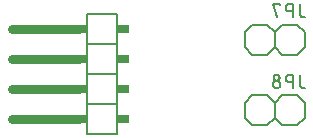
<source format=gbr>
G04 EAGLE Gerber RS-274X export*
G75*
%MOMM*%
%FSLAX34Y34*%
%LPD*%
%INSilkscreen Bottom*%
%IPPOS*%
%AMOC8*
5,1,8,0,0,1.08239X$1,22.5*%
G01*
%ADD10C,0.152400*%
%ADD11C,0.762000*%
%ADD12R,0.508000X0.762000*%
%ADD13R,1.016000X0.762000*%
%ADD14C,0.127000*%


D10*
X235550Y111300D02*
X235550Y85900D01*
X210150Y85900D01*
X210150Y111300D01*
X235550Y111300D01*
D11*
X203800Y98600D02*
X146650Y98600D01*
D10*
X235550Y85900D02*
X235550Y60500D01*
X210150Y60500D01*
X210150Y85900D01*
D11*
X203800Y73200D02*
X146650Y73200D01*
D10*
X235550Y60500D02*
X235550Y35100D01*
X210150Y35100D01*
X210150Y60500D01*
D11*
X203800Y47800D02*
X146650Y47800D01*
D10*
X235550Y35100D02*
X235550Y9700D01*
X210150Y9700D01*
X210150Y35100D01*
D11*
X203800Y22400D02*
X146650Y22400D01*
D12*
X207610Y98600D03*
X207610Y73200D03*
X207610Y47800D03*
X207610Y22400D03*
D13*
X240630Y98600D03*
X240630Y73200D03*
X240630Y47800D03*
X240630Y22400D03*
D10*
X375350Y102200D02*
X388050Y102200D01*
X375350Y102200D02*
X369000Y95850D01*
X369000Y83150D01*
X375350Y76800D01*
X394400Y83150D02*
X394400Y95850D01*
X388050Y102200D01*
X394400Y83150D02*
X388050Y76800D01*
X375350Y76800D01*
X369000Y95850D02*
X362650Y102200D01*
X349950Y102200D01*
X343600Y95850D01*
X343600Y83150D01*
X349950Y76800D01*
X362650Y76800D01*
X369000Y83150D01*
D14*
X390717Y110963D02*
X390717Y119853D01*
X390717Y110963D02*
X390719Y110863D01*
X390725Y110764D01*
X390735Y110664D01*
X390748Y110566D01*
X390766Y110467D01*
X390787Y110370D01*
X390812Y110274D01*
X390841Y110178D01*
X390874Y110084D01*
X390910Y109991D01*
X390950Y109900D01*
X390994Y109810D01*
X391041Y109722D01*
X391091Y109636D01*
X391145Y109552D01*
X391202Y109470D01*
X391262Y109391D01*
X391326Y109313D01*
X391392Y109239D01*
X391461Y109167D01*
X391533Y109098D01*
X391607Y109032D01*
X391685Y108968D01*
X391764Y108908D01*
X391846Y108851D01*
X391930Y108797D01*
X392016Y108747D01*
X392104Y108700D01*
X392194Y108656D01*
X392285Y108616D01*
X392378Y108580D01*
X392472Y108547D01*
X392568Y108518D01*
X392664Y108493D01*
X392761Y108472D01*
X392860Y108454D01*
X392958Y108441D01*
X393058Y108431D01*
X393157Y108425D01*
X393257Y108423D01*
X394527Y108423D01*
X384737Y108423D02*
X384737Y119853D01*
X381562Y119853D01*
X381451Y119851D01*
X381341Y119845D01*
X381230Y119836D01*
X381120Y119822D01*
X381011Y119805D01*
X380902Y119784D01*
X380794Y119759D01*
X380687Y119730D01*
X380581Y119698D01*
X380476Y119662D01*
X380373Y119622D01*
X380271Y119579D01*
X380170Y119532D01*
X380071Y119481D01*
X379975Y119428D01*
X379880Y119371D01*
X379787Y119310D01*
X379696Y119247D01*
X379607Y119180D01*
X379521Y119110D01*
X379438Y119037D01*
X379356Y118962D01*
X379278Y118884D01*
X379203Y118802D01*
X379130Y118719D01*
X379060Y118633D01*
X378993Y118544D01*
X378930Y118453D01*
X378869Y118360D01*
X378812Y118266D01*
X378759Y118169D01*
X378708Y118070D01*
X378661Y117969D01*
X378618Y117867D01*
X378578Y117764D01*
X378542Y117659D01*
X378510Y117553D01*
X378481Y117446D01*
X378456Y117338D01*
X378435Y117229D01*
X378418Y117120D01*
X378404Y117010D01*
X378395Y116899D01*
X378389Y116789D01*
X378387Y116678D01*
X378389Y116567D01*
X378395Y116457D01*
X378404Y116346D01*
X378418Y116236D01*
X378435Y116127D01*
X378456Y116018D01*
X378481Y115910D01*
X378510Y115803D01*
X378542Y115697D01*
X378578Y115592D01*
X378618Y115489D01*
X378661Y115387D01*
X378708Y115286D01*
X378759Y115187D01*
X378812Y115090D01*
X378869Y114996D01*
X378930Y114903D01*
X378993Y114812D01*
X379060Y114723D01*
X379130Y114637D01*
X379203Y114554D01*
X379278Y114472D01*
X379356Y114394D01*
X379438Y114319D01*
X379521Y114246D01*
X379607Y114176D01*
X379696Y114109D01*
X379787Y114046D01*
X379880Y113985D01*
X379975Y113928D01*
X380071Y113875D01*
X380170Y113824D01*
X380271Y113777D01*
X380373Y113734D01*
X380476Y113694D01*
X380581Y113658D01*
X380687Y113626D01*
X380794Y113597D01*
X380902Y113572D01*
X381011Y113551D01*
X381120Y113534D01*
X381230Y113520D01*
X381341Y113511D01*
X381451Y113505D01*
X381562Y113503D01*
X384737Y113503D01*
X373878Y118583D02*
X373878Y119853D01*
X367528Y119853D01*
X370703Y108423D01*
D10*
X375350Y42200D02*
X388050Y42200D01*
X375350Y42200D02*
X369000Y35850D01*
X369000Y23150D01*
X375350Y16800D01*
X394400Y23150D02*
X394400Y35850D01*
X388050Y42200D01*
X394400Y23150D02*
X388050Y16800D01*
X375350Y16800D01*
X369000Y35850D02*
X362650Y42200D01*
X349950Y42200D01*
X343600Y35850D01*
X343600Y23150D01*
X349950Y16800D01*
X362650Y16800D01*
X369000Y23150D01*
D14*
X390717Y50963D02*
X390717Y59853D01*
X390717Y50963D02*
X390719Y50863D01*
X390725Y50764D01*
X390735Y50664D01*
X390748Y50566D01*
X390766Y50467D01*
X390787Y50370D01*
X390812Y50274D01*
X390841Y50178D01*
X390874Y50084D01*
X390910Y49991D01*
X390950Y49900D01*
X390994Y49810D01*
X391041Y49722D01*
X391091Y49636D01*
X391145Y49552D01*
X391202Y49470D01*
X391262Y49391D01*
X391326Y49313D01*
X391392Y49239D01*
X391461Y49167D01*
X391533Y49098D01*
X391607Y49032D01*
X391685Y48968D01*
X391764Y48908D01*
X391846Y48851D01*
X391930Y48797D01*
X392016Y48747D01*
X392104Y48700D01*
X392194Y48656D01*
X392285Y48616D01*
X392378Y48580D01*
X392472Y48547D01*
X392568Y48518D01*
X392664Y48493D01*
X392761Y48472D01*
X392860Y48454D01*
X392958Y48441D01*
X393058Y48431D01*
X393157Y48425D01*
X393257Y48423D01*
X394527Y48423D01*
X384737Y48423D02*
X384737Y59853D01*
X381562Y59853D01*
X381451Y59851D01*
X381341Y59845D01*
X381230Y59836D01*
X381120Y59822D01*
X381011Y59805D01*
X380902Y59784D01*
X380794Y59759D01*
X380687Y59730D01*
X380581Y59698D01*
X380476Y59662D01*
X380373Y59622D01*
X380271Y59579D01*
X380170Y59532D01*
X380071Y59481D01*
X379975Y59428D01*
X379880Y59371D01*
X379787Y59310D01*
X379696Y59247D01*
X379607Y59180D01*
X379521Y59110D01*
X379438Y59037D01*
X379356Y58962D01*
X379278Y58884D01*
X379203Y58802D01*
X379130Y58719D01*
X379060Y58633D01*
X378993Y58544D01*
X378930Y58453D01*
X378869Y58360D01*
X378812Y58265D01*
X378759Y58169D01*
X378708Y58070D01*
X378661Y57969D01*
X378618Y57867D01*
X378578Y57764D01*
X378542Y57659D01*
X378510Y57553D01*
X378481Y57446D01*
X378456Y57338D01*
X378435Y57229D01*
X378418Y57120D01*
X378404Y57010D01*
X378395Y56899D01*
X378389Y56789D01*
X378387Y56678D01*
X378389Y56567D01*
X378395Y56457D01*
X378404Y56346D01*
X378418Y56236D01*
X378435Y56127D01*
X378456Y56018D01*
X378481Y55910D01*
X378510Y55803D01*
X378542Y55697D01*
X378578Y55592D01*
X378618Y55489D01*
X378661Y55387D01*
X378708Y55286D01*
X378759Y55187D01*
X378812Y55090D01*
X378869Y54996D01*
X378930Y54903D01*
X378993Y54812D01*
X379060Y54723D01*
X379130Y54637D01*
X379203Y54554D01*
X379278Y54472D01*
X379356Y54394D01*
X379438Y54319D01*
X379521Y54246D01*
X379607Y54176D01*
X379696Y54109D01*
X379787Y54046D01*
X379880Y53985D01*
X379975Y53928D01*
X380071Y53875D01*
X380170Y53824D01*
X380271Y53777D01*
X380373Y53734D01*
X380476Y53694D01*
X380581Y53658D01*
X380687Y53626D01*
X380794Y53597D01*
X380902Y53572D01*
X381011Y53551D01*
X381120Y53534D01*
X381230Y53520D01*
X381341Y53511D01*
X381451Y53505D01*
X381562Y53503D01*
X384737Y53503D01*
X373878Y51598D02*
X373876Y51709D01*
X373870Y51819D01*
X373861Y51930D01*
X373847Y52040D01*
X373830Y52149D01*
X373809Y52258D01*
X373784Y52366D01*
X373755Y52473D01*
X373723Y52579D01*
X373687Y52684D01*
X373647Y52787D01*
X373604Y52889D01*
X373557Y52990D01*
X373506Y53089D01*
X373453Y53186D01*
X373396Y53280D01*
X373335Y53373D01*
X373272Y53464D01*
X373205Y53553D01*
X373135Y53639D01*
X373062Y53722D01*
X372987Y53804D01*
X372909Y53882D01*
X372827Y53957D01*
X372744Y54030D01*
X372658Y54100D01*
X372569Y54167D01*
X372478Y54230D01*
X372385Y54291D01*
X372291Y54348D01*
X372194Y54401D01*
X372095Y54452D01*
X371994Y54499D01*
X371892Y54542D01*
X371789Y54582D01*
X371684Y54618D01*
X371578Y54650D01*
X371471Y54679D01*
X371363Y54704D01*
X371254Y54725D01*
X371145Y54742D01*
X371035Y54756D01*
X370924Y54765D01*
X370814Y54771D01*
X370703Y54773D01*
X370592Y54771D01*
X370482Y54765D01*
X370371Y54756D01*
X370261Y54742D01*
X370152Y54725D01*
X370043Y54704D01*
X369935Y54679D01*
X369828Y54650D01*
X369722Y54618D01*
X369617Y54582D01*
X369514Y54542D01*
X369412Y54499D01*
X369311Y54452D01*
X369212Y54401D01*
X369116Y54348D01*
X369021Y54291D01*
X368928Y54230D01*
X368837Y54167D01*
X368748Y54100D01*
X368662Y54030D01*
X368579Y53957D01*
X368497Y53882D01*
X368419Y53804D01*
X368344Y53722D01*
X368271Y53639D01*
X368201Y53553D01*
X368134Y53464D01*
X368071Y53373D01*
X368010Y53280D01*
X367953Y53185D01*
X367900Y53089D01*
X367849Y52990D01*
X367802Y52889D01*
X367759Y52787D01*
X367719Y52684D01*
X367683Y52579D01*
X367651Y52473D01*
X367622Y52366D01*
X367597Y52258D01*
X367576Y52149D01*
X367559Y52040D01*
X367545Y51930D01*
X367536Y51819D01*
X367530Y51709D01*
X367528Y51598D01*
X367530Y51487D01*
X367536Y51377D01*
X367545Y51266D01*
X367559Y51156D01*
X367576Y51047D01*
X367597Y50938D01*
X367622Y50830D01*
X367651Y50723D01*
X367683Y50617D01*
X367719Y50512D01*
X367759Y50409D01*
X367802Y50307D01*
X367849Y50206D01*
X367900Y50107D01*
X367953Y50011D01*
X368010Y49916D01*
X368071Y49823D01*
X368134Y49732D01*
X368201Y49643D01*
X368271Y49557D01*
X368344Y49474D01*
X368419Y49392D01*
X368497Y49314D01*
X368579Y49239D01*
X368662Y49166D01*
X368748Y49096D01*
X368837Y49029D01*
X368928Y48966D01*
X369021Y48905D01*
X369116Y48848D01*
X369212Y48795D01*
X369311Y48744D01*
X369412Y48697D01*
X369514Y48654D01*
X369617Y48614D01*
X369722Y48578D01*
X369828Y48546D01*
X369935Y48517D01*
X370043Y48492D01*
X370152Y48471D01*
X370261Y48454D01*
X370371Y48440D01*
X370482Y48431D01*
X370592Y48425D01*
X370703Y48423D01*
X370814Y48425D01*
X370924Y48431D01*
X371035Y48440D01*
X371145Y48454D01*
X371254Y48471D01*
X371363Y48492D01*
X371471Y48517D01*
X371578Y48546D01*
X371684Y48578D01*
X371789Y48614D01*
X371892Y48654D01*
X371994Y48697D01*
X372095Y48744D01*
X372194Y48795D01*
X372290Y48848D01*
X372385Y48905D01*
X372478Y48966D01*
X372569Y49029D01*
X372658Y49096D01*
X372744Y49166D01*
X372827Y49239D01*
X372909Y49314D01*
X372987Y49392D01*
X373062Y49474D01*
X373135Y49557D01*
X373205Y49643D01*
X373272Y49732D01*
X373335Y49823D01*
X373396Y49916D01*
X373453Y50010D01*
X373506Y50107D01*
X373557Y50206D01*
X373604Y50307D01*
X373647Y50409D01*
X373687Y50512D01*
X373723Y50617D01*
X373755Y50723D01*
X373784Y50830D01*
X373809Y50938D01*
X373830Y51047D01*
X373847Y51156D01*
X373861Y51266D01*
X373870Y51377D01*
X373876Y51487D01*
X373878Y51598D01*
X373243Y57313D02*
X373241Y57413D01*
X373235Y57512D01*
X373225Y57612D01*
X373212Y57710D01*
X373194Y57809D01*
X373173Y57906D01*
X373148Y58002D01*
X373119Y58098D01*
X373086Y58192D01*
X373050Y58285D01*
X373010Y58376D01*
X372966Y58466D01*
X372919Y58554D01*
X372869Y58640D01*
X372815Y58724D01*
X372758Y58806D01*
X372698Y58885D01*
X372634Y58963D01*
X372568Y59037D01*
X372499Y59109D01*
X372427Y59178D01*
X372353Y59244D01*
X372275Y59308D01*
X372196Y59368D01*
X372114Y59425D01*
X372030Y59479D01*
X371944Y59529D01*
X371856Y59576D01*
X371766Y59620D01*
X371675Y59660D01*
X371582Y59696D01*
X371488Y59729D01*
X371392Y59758D01*
X371296Y59783D01*
X371199Y59804D01*
X371100Y59822D01*
X371002Y59835D01*
X370902Y59845D01*
X370803Y59851D01*
X370703Y59853D01*
X370603Y59851D01*
X370504Y59845D01*
X370404Y59835D01*
X370306Y59822D01*
X370207Y59804D01*
X370110Y59783D01*
X370014Y59758D01*
X369918Y59729D01*
X369824Y59696D01*
X369731Y59660D01*
X369640Y59620D01*
X369550Y59576D01*
X369462Y59529D01*
X369376Y59479D01*
X369292Y59425D01*
X369210Y59368D01*
X369131Y59308D01*
X369053Y59244D01*
X368979Y59178D01*
X368907Y59109D01*
X368838Y59037D01*
X368772Y58963D01*
X368708Y58885D01*
X368648Y58806D01*
X368591Y58724D01*
X368537Y58640D01*
X368487Y58554D01*
X368440Y58466D01*
X368396Y58376D01*
X368356Y58285D01*
X368320Y58192D01*
X368287Y58098D01*
X368258Y58002D01*
X368233Y57906D01*
X368212Y57809D01*
X368194Y57710D01*
X368181Y57612D01*
X368171Y57512D01*
X368165Y57413D01*
X368163Y57313D01*
X368165Y57213D01*
X368171Y57114D01*
X368181Y57014D01*
X368194Y56916D01*
X368212Y56817D01*
X368233Y56720D01*
X368258Y56624D01*
X368287Y56528D01*
X368320Y56434D01*
X368356Y56341D01*
X368396Y56250D01*
X368440Y56160D01*
X368487Y56072D01*
X368537Y55986D01*
X368591Y55902D01*
X368648Y55820D01*
X368708Y55741D01*
X368772Y55663D01*
X368838Y55589D01*
X368907Y55517D01*
X368979Y55448D01*
X369053Y55382D01*
X369131Y55318D01*
X369210Y55258D01*
X369292Y55201D01*
X369376Y55147D01*
X369462Y55097D01*
X369550Y55050D01*
X369640Y55006D01*
X369731Y54966D01*
X369824Y54930D01*
X369918Y54897D01*
X370014Y54868D01*
X370110Y54843D01*
X370207Y54822D01*
X370306Y54804D01*
X370404Y54791D01*
X370504Y54781D01*
X370603Y54775D01*
X370703Y54773D01*
X370803Y54775D01*
X370902Y54781D01*
X371002Y54791D01*
X371100Y54804D01*
X371199Y54822D01*
X371296Y54843D01*
X371392Y54868D01*
X371488Y54897D01*
X371582Y54930D01*
X371675Y54966D01*
X371766Y55006D01*
X371856Y55050D01*
X371944Y55097D01*
X372030Y55147D01*
X372114Y55201D01*
X372196Y55258D01*
X372275Y55318D01*
X372353Y55382D01*
X372427Y55448D01*
X372499Y55517D01*
X372568Y55589D01*
X372634Y55663D01*
X372698Y55741D01*
X372758Y55820D01*
X372815Y55902D01*
X372869Y55986D01*
X372919Y56072D01*
X372966Y56160D01*
X373010Y56250D01*
X373050Y56341D01*
X373086Y56434D01*
X373119Y56528D01*
X373148Y56624D01*
X373173Y56720D01*
X373194Y56817D01*
X373212Y56916D01*
X373225Y57014D01*
X373235Y57114D01*
X373241Y57213D01*
X373243Y57313D01*
M02*

</source>
